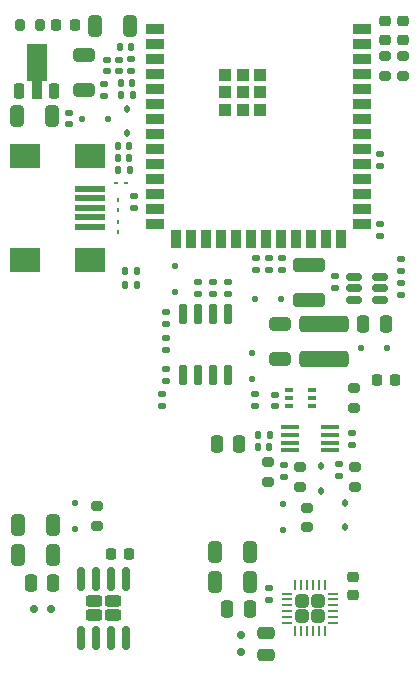
<source format=gbr>
%TF.GenerationSoftware,KiCad,Pcbnew,7.0.11+dfsg-1build4*%
%TF.CreationDate,2025-02-14T09:19:26+01:00*%
%TF.ProjectId,MCM-81339,4d434d2d-3831-4333-9339-2e6b69636164,rev?*%
%TF.SameCoordinates,Original*%
%TF.FileFunction,Paste,Top*%
%TF.FilePolarity,Positive*%
%FSLAX46Y46*%
G04 Gerber Fmt 4.6, Leading zero omitted, Abs format (unit mm)*
G04 Created by KiCad (PCBNEW 7.0.11+dfsg-1build4) date 2025-02-14 09:19:26*
%MOMM*%
%LPD*%
G01*
G04 APERTURE LIST*
G04 Aperture macros list*
%AMRoundRect*
0 Rectangle with rounded corners*
0 $1 Rounding radius*
0 $2 $3 $4 $5 $6 $7 $8 $9 X,Y pos of 4 corners*
0 Add a 4 corners polygon primitive as box body*
4,1,4,$2,$3,$4,$5,$6,$7,$8,$9,$2,$3,0*
0 Add four circle primitives for the rounded corners*
1,1,$1+$1,$2,$3*
1,1,$1+$1,$4,$5*
1,1,$1+$1,$6,$7*
1,1,$1+$1,$8,$9*
0 Add four rect primitives between the rounded corners*
20,1,$1+$1,$2,$3,$4,$5,0*
20,1,$1+$1,$4,$5,$6,$7,0*
20,1,$1+$1,$6,$7,$8,$9,0*
20,1,$1+$1,$8,$9,$2,$3,0*%
%AMFreePoly0*
4,1,9,3.862500,-0.866500,0.737500,-0.866500,0.737500,-0.450000,-0.737500,-0.450000,-0.737500,0.450000,0.737500,0.450000,0.737500,0.866500,3.862500,0.866500,3.862500,-0.866500,3.862500,-0.866500,$1*%
G04 Aperture macros list end*
%ADD10RoundRect,0.140000X-0.170000X0.140000X-0.170000X-0.140000X0.170000X-0.140000X0.170000X0.140000X0*%
%ADD11RoundRect,0.250000X0.440000X-0.255000X0.440000X0.255000X-0.440000X0.255000X-0.440000X-0.255000X0*%
%ADD12RoundRect,0.150000X0.150000X-0.825000X0.150000X0.825000X-0.150000X0.825000X-0.150000X-0.825000X0*%
%ADD13RoundRect,0.112500X-0.112500X0.187500X-0.112500X-0.187500X0.112500X-0.187500X0.112500X0.187500X0*%
%ADD14RoundRect,0.135000X-0.185000X0.135000X-0.185000X-0.135000X0.185000X-0.135000X0.185000X0.135000X0*%
%ADD15RoundRect,0.250000X0.325000X0.650000X-0.325000X0.650000X-0.325000X-0.650000X0.325000X-0.650000X0*%
%ADD16RoundRect,0.200000X-0.275000X0.200000X-0.275000X-0.200000X0.275000X-0.200000X0.275000X0.200000X0*%
%ADD17RoundRect,0.150000X0.150000X0.200000X-0.150000X0.200000X-0.150000X-0.200000X0.150000X-0.200000X0*%
%ADD18RoundRect,0.250000X-0.475000X0.250000X-0.475000X-0.250000X0.475000X-0.250000X0.475000X0.250000X0*%
%ADD19RoundRect,0.218750X-0.256250X0.218750X-0.256250X-0.218750X0.256250X-0.218750X0.256250X0.218750X0*%
%ADD20RoundRect,0.218750X0.218750X0.256250X-0.218750X0.256250X-0.218750X-0.256250X0.218750X-0.256250X0*%
%ADD21RoundRect,0.135000X0.135000X0.185000X-0.135000X0.185000X-0.135000X-0.185000X0.135000X-0.185000X0*%
%ADD22RoundRect,0.125000X0.125000X-0.125000X0.125000X0.125000X-0.125000X0.125000X-0.125000X-0.125000X0*%
%ADD23RoundRect,0.135000X-0.135000X-0.185000X0.135000X-0.185000X0.135000X0.185000X-0.135000X0.185000X0*%
%ADD24RoundRect,0.125000X0.125000X0.125000X-0.125000X0.125000X-0.125000X-0.125000X0.125000X-0.125000X0*%
%ADD25RoundRect,0.140000X-0.140000X-0.170000X0.140000X-0.170000X0.140000X0.170000X-0.140000X0.170000X0*%
%ADD26RoundRect,0.250000X-0.250000X-0.475000X0.250000X-0.475000X0.250000X0.475000X-0.250000X0.475000X0*%
%ADD27RoundRect,0.135000X0.185000X-0.135000X0.185000X0.135000X-0.185000X0.135000X-0.185000X-0.135000X0*%
%ADD28RoundRect,0.140000X0.170000X-0.140000X0.170000X0.140000X-0.170000X0.140000X-0.170000X-0.140000X0*%
%ADD29RoundRect,0.140000X0.140000X0.170000X-0.140000X0.170000X-0.140000X-0.170000X0.140000X-0.170000X0*%
%ADD30RoundRect,0.225000X0.225000X-0.425000X0.225000X0.425000X-0.225000X0.425000X-0.225000X-0.425000X0*%
%ADD31FreePoly0,90.000000*%
%ADD32RoundRect,0.200000X0.200000X0.275000X-0.200000X0.275000X-0.200000X-0.275000X0.200000X-0.275000X0*%
%ADD33R,1.000000X1.000000*%
%ADD34R,1.500000X0.900000*%
%ADD35R,0.900000X1.500000*%
%ADD36RoundRect,0.125000X-0.125000X0.125000X-0.125000X-0.125000X0.125000X-0.125000X0.125000X0.125000X0*%
%ADD37RoundRect,0.250000X0.315000X-0.315000X0.315000X0.315000X-0.315000X0.315000X-0.315000X-0.315000X0*%
%ADD38RoundRect,0.062500X0.062500X-0.350000X0.062500X0.350000X-0.062500X0.350000X-0.062500X-0.350000X0*%
%ADD39RoundRect,0.062500X0.350000X-0.062500X0.350000X0.062500X-0.350000X0.062500X-0.350000X-0.062500X0*%
%ADD40RoundRect,0.112500X0.112500X-0.187500X0.112500X0.187500X-0.112500X0.187500X-0.112500X-0.187500X0*%
%ADD41RoundRect,0.150000X-0.200000X0.150000X-0.200000X-0.150000X0.200000X-0.150000X0.200000X0.150000X0*%
%ADD42RoundRect,0.125000X-0.125000X-0.125000X0.125000X-0.125000X0.125000X0.125000X-0.125000X0.125000X0*%
%ADD43RoundRect,0.250000X0.250000X0.475000X-0.250000X0.475000X-0.250000X-0.475000X0.250000X-0.475000X0*%
%ADD44RoundRect,0.150000X-0.150000X0.725000X-0.150000X-0.725000X0.150000X-0.725000X0.150000X0.725000X0*%
%ADD45RoundRect,0.225000X-0.225000X-0.250000X0.225000X-0.250000X0.225000X0.250000X-0.225000X0.250000X0*%
%ADD46R,2.500000X0.500000*%
%ADD47R,2.500000X2.000000*%
%ADD48RoundRect,0.062500X0.117500X0.062500X-0.117500X0.062500X-0.117500X-0.062500X0.117500X-0.062500X0*%
%ADD49RoundRect,0.250000X0.650000X-0.325000X0.650000X0.325000X-0.650000X0.325000X-0.650000X-0.325000X0*%
%ADD50RoundRect,0.100000X-0.225000X-0.100000X0.225000X-0.100000X0.225000X0.100000X-0.225000X0.100000X0*%
%ADD51RoundRect,0.225000X0.250000X-0.225000X0.250000X0.225000X-0.250000X0.225000X-0.250000X-0.225000X0*%
%ADD52RoundRect,0.062500X0.062500X-0.117500X0.062500X0.117500X-0.062500X0.117500X-0.062500X-0.117500X0*%
%ADD53RoundRect,0.350000X-1.750000X-0.350000X1.750000X-0.350000X1.750000X0.350000X-1.750000X0.350000X0*%
%ADD54RoundRect,0.062500X-0.062500X0.117500X-0.062500X-0.117500X0.062500X-0.117500X0.062500X0.117500X0*%
%ADD55RoundRect,0.150000X0.512500X0.150000X-0.512500X0.150000X-0.512500X-0.150000X0.512500X-0.150000X0*%
%ADD56R,1.600000X0.300000*%
%ADD57RoundRect,0.250000X1.100000X-0.325000X1.100000X0.325000X-1.100000X0.325000X-1.100000X-0.325000X0*%
G04 APERTURE END LIST*
D10*
%TO.C,C8*%
X90850000Y-80195000D03*
X90850000Y-81155000D03*
%TD*%
D11*
%TO.C,U8*%
X68925000Y-95600000D03*
X70575000Y-95600000D03*
X68925000Y-94400000D03*
X70575000Y-94400000D03*
D12*
X67845000Y-97475000D03*
X69115000Y-97475000D03*
X70385000Y-97475000D03*
X71655000Y-97475000D03*
X71655000Y-92525000D03*
X70385000Y-92525000D03*
X69115000Y-92525000D03*
X67845000Y-92525000D03*
%TD*%
D13*
%TO.C,D4*%
X71729600Y-52696400D03*
X71729600Y-54796400D03*
%TD*%
D14*
%TO.C,R4*%
X94996000Y-67490000D03*
X94996000Y-68510000D03*
%TD*%
D15*
%TO.C,C21*%
X82150000Y-90200000D03*
X79200000Y-90200000D03*
%TD*%
D16*
%TO.C,R18*%
X83667600Y-82625000D03*
X83667600Y-84275000D03*
%TD*%
D17*
%TO.C,D17*%
X63892200Y-95021400D03*
X65292200Y-95021400D03*
%TD*%
D18*
%TO.C,C23*%
X83500000Y-97050000D03*
X83500000Y-98950000D03*
%TD*%
D19*
%TO.C,D10*%
X93573600Y-45312500D03*
X93573600Y-46887500D03*
%TD*%
D20*
%TO.C,D1*%
X67360900Y-45593000D03*
X65785900Y-45593000D03*
%TD*%
D14*
%TO.C,R3*%
X93167200Y-56538400D03*
X93167200Y-57558400D03*
%TD*%
D21*
%TO.C,R24*%
X72610000Y-67600000D03*
X71590000Y-67600000D03*
%TD*%
D22*
%TO.C,D15*%
X67375000Y-88325000D03*
X67375000Y-86125000D03*
%TD*%
D16*
%TO.C,R30*%
X91025000Y-83050000D03*
X91025000Y-84700000D03*
%TD*%
D14*
%TO.C,R27*%
X72364600Y-60119800D03*
X72364600Y-61139800D03*
%TD*%
D16*
%TO.C,R29*%
X87000000Y-86475000D03*
X87000000Y-88125000D03*
%TD*%
D23*
%TO.C,R20*%
X82808000Y-80340000D03*
X83828000Y-80340000D03*
%TD*%
D24*
%TO.C,D9*%
X84800000Y-68850000D03*
X82600000Y-68850000D03*
%TD*%
D25*
%TO.C,C4*%
X70995600Y-55880000D03*
X71955600Y-55880000D03*
%TD*%
D26*
%TO.C,C18*%
X79350000Y-81100000D03*
X81250000Y-81100000D03*
%TD*%
D27*
%TO.C,R16*%
X89700000Y-83835000D03*
X89700000Y-82815000D03*
%TD*%
D14*
%TO.C,R13*%
X93167200Y-62482000D03*
X93167200Y-63502000D03*
%TD*%
D28*
%TO.C,C17*%
X70104000Y-49502000D03*
X70104000Y-48542000D03*
%TD*%
D23*
%TO.C,R25*%
X71590000Y-66450000D03*
X72610000Y-66450000D03*
%TD*%
D29*
%TO.C,C13*%
X72108000Y-47490000D03*
X71148000Y-47490000D03*
%TD*%
D30*
%TO.C,U1*%
X62609600Y-51175200D03*
D31*
X64109600Y-51087700D03*
D30*
X65609600Y-51175200D03*
%TD*%
D27*
%TO.C,R22*%
X74701400Y-77853000D03*
X74701400Y-76833000D03*
%TD*%
D22*
%TO.C,D14*%
X85000000Y-88400000D03*
X85000000Y-86200000D03*
%TD*%
D32*
%TO.C,R1*%
X64375800Y-45600000D03*
X62725800Y-45600000D03*
%TD*%
D33*
%TO.C,U5*%
X80040000Y-49808000D03*
X80040000Y-51308000D03*
X80040000Y-52808000D03*
X81540000Y-49808000D03*
X81540000Y-51308000D03*
X81540000Y-52808000D03*
X83040000Y-49808000D03*
X83040000Y-51308000D03*
X83040000Y-52808000D03*
D34*
X74150000Y-45958000D03*
X74150000Y-47228000D03*
X74150000Y-48498000D03*
X74150000Y-49768000D03*
X74150000Y-51038000D03*
X74150000Y-52308000D03*
X74150000Y-53578000D03*
X74150000Y-54848000D03*
X74150000Y-56118000D03*
X74150000Y-57388000D03*
X74150000Y-58658000D03*
X74150000Y-59928000D03*
X74150000Y-61198000D03*
X74150000Y-62468000D03*
D35*
X75915000Y-63718000D03*
X77185000Y-63718000D03*
X78455000Y-63718000D03*
X79725000Y-63718000D03*
X80995000Y-63718000D03*
X82265000Y-63718000D03*
X83535000Y-63718000D03*
X84805000Y-63718000D03*
X86075000Y-63718000D03*
X87345000Y-63718000D03*
X88615000Y-63718000D03*
X89885000Y-63718000D03*
D34*
X91650000Y-62468000D03*
X91650000Y-61198000D03*
X91650000Y-59928000D03*
X91650000Y-58658000D03*
X91650000Y-57388000D03*
X91650000Y-56118000D03*
X91650000Y-54848000D03*
X91650000Y-53578000D03*
X91650000Y-52308000D03*
X91650000Y-51038000D03*
X91650000Y-49768000D03*
X91650000Y-48498000D03*
X91650000Y-47228000D03*
X91650000Y-45958000D03*
%TD*%
D14*
%TO.C,R11*%
X72136000Y-48512000D03*
X72136000Y-49532000D03*
%TD*%
D36*
%TO.C,D5*%
X75800000Y-66050000D03*
X75800000Y-68250000D03*
%TD*%
D37*
%TO.C,U7*%
X86600000Y-95650000D03*
X87900000Y-95650000D03*
X86600000Y-94350000D03*
X87900000Y-94350000D03*
D38*
X86000000Y-96937500D03*
X86500000Y-96937500D03*
X87000000Y-96937500D03*
X87500000Y-96937500D03*
X88000000Y-96937500D03*
X88500000Y-96937500D03*
D39*
X89187500Y-96250000D03*
X89187500Y-95750000D03*
X89187500Y-95250000D03*
X89187500Y-94750000D03*
X89187500Y-94250000D03*
X89187500Y-93750000D03*
D38*
X88500000Y-93062500D03*
X88000000Y-93062500D03*
X87500000Y-93062500D03*
X87000000Y-93062500D03*
X86500000Y-93062500D03*
X86000000Y-93062500D03*
D39*
X85312500Y-93750000D03*
X85312500Y-94250000D03*
X85312500Y-94750000D03*
X85312500Y-95250000D03*
X85312500Y-95750000D03*
X85312500Y-96250000D03*
%TD*%
D29*
%TO.C,C5*%
X83798000Y-81356000D03*
X82838000Y-81356000D03*
%TD*%
D40*
%TO.C,D19*%
X88150000Y-85050000D03*
X88150000Y-82950000D03*
%TD*%
D15*
%TO.C,C15*%
X71985400Y-45720000D03*
X69035400Y-45720000D03*
%TD*%
D16*
%TO.C,R17*%
X95100000Y-48260000D03*
X95100000Y-49910000D03*
%TD*%
D14*
%TO.C,R10*%
X75031600Y-72085200D03*
X75031600Y-73105200D03*
%TD*%
%TO.C,R33*%
X83800000Y-65340000D03*
X83800000Y-66360000D03*
%TD*%
D41*
%TO.C,D16*%
X81400000Y-98700000D03*
X81400000Y-97300000D03*
%TD*%
D14*
%TO.C,R21*%
X82600000Y-76890000D03*
X82600000Y-77910000D03*
%TD*%
D22*
%TO.C,D3*%
X82372200Y-75572800D03*
X82372200Y-73372800D03*
%TD*%
D14*
%TO.C,R32*%
X82700000Y-65340000D03*
X82700000Y-66360000D03*
%TD*%
D16*
%TO.C,R28*%
X86375000Y-83050000D03*
X86375000Y-84700000D03*
%TD*%
D14*
%TO.C,R8*%
X79044800Y-67331400D03*
X79044800Y-68351400D03*
%TD*%
D27*
%TO.C,R15*%
X85025000Y-83860000D03*
X85025000Y-82840000D03*
%TD*%
D42*
%TO.C,D2*%
X91610000Y-73001200D03*
X93810000Y-73001200D03*
%TD*%
D28*
%TO.C,C2*%
X69850000Y-51584800D03*
X69850000Y-50624800D03*
%TD*%
D25*
%TO.C,C11*%
X70995600Y-56896000D03*
X71955600Y-56896000D03*
%TD*%
D27*
%TO.C,R23*%
X75031600Y-75770200D03*
X75031600Y-74750200D03*
%TD*%
D14*
%TO.C,R5*%
X94996000Y-65390000D03*
X94996000Y-66410000D03*
%TD*%
D43*
%TO.C,C7*%
X93650000Y-70900000D03*
X91750000Y-70900000D03*
%TD*%
D44*
%TO.C,U4*%
X80289400Y-70094400D03*
X79019400Y-70094400D03*
X77749400Y-70094400D03*
X76479400Y-70094400D03*
X76479400Y-75244400D03*
X77749400Y-75244400D03*
X79019400Y-75244400D03*
X80289400Y-75244400D03*
%TD*%
D45*
%TO.C,C27*%
X70370400Y-90398600D03*
X71920400Y-90398600D03*
%TD*%
D19*
%TO.C,D7*%
X95100000Y-45312500D03*
X95100000Y-46887500D03*
%TD*%
D46*
%TO.C,J5*%
X68600000Y-59500000D03*
X68600000Y-60300000D03*
X68600000Y-61100000D03*
X68600000Y-61900000D03*
X68600000Y-62700000D03*
D47*
X68600000Y-56700000D03*
X63100000Y-56700000D03*
X68600000Y-65500000D03*
X63100000Y-65500000D03*
%TD*%
D14*
%TO.C,R7*%
X80294800Y-67331400D03*
X80294800Y-68351400D03*
%TD*%
%TO.C,R9*%
X75031600Y-69898298D03*
X75031600Y-70918298D03*
%TD*%
D15*
%TO.C,C9*%
X65381400Y-53340000D03*
X62431400Y-53340000D03*
%TD*%
D48*
%TO.C,D13*%
X70852400Y-58978800D03*
X71692400Y-58978800D03*
%TD*%
D49*
%TO.C,C3*%
X68122800Y-51106600D03*
X68122800Y-48156600D03*
%TD*%
D10*
%TO.C,C6*%
X66852800Y-53063200D03*
X66852800Y-54023200D03*
%TD*%
D50*
%TO.C,U6*%
X85501400Y-76551000D03*
X85501400Y-77201000D03*
X85501400Y-77851000D03*
X87401400Y-77851000D03*
X87401400Y-77201000D03*
X87401400Y-76551000D03*
%TD*%
D14*
%TO.C,R12*%
X77744800Y-67344298D03*
X77744800Y-68364298D03*
%TD*%
D21*
%TO.C,R6*%
X72239600Y-51562000D03*
X71219600Y-51562000D03*
%TD*%
D14*
%TO.C,R34*%
X84900000Y-65340000D03*
X84900000Y-66360000D03*
%TD*%
D51*
%TO.C,C22*%
X90900000Y-93875000D03*
X90900000Y-92325000D03*
%TD*%
D52*
%TO.C,D11*%
X70993000Y-62318000D03*
X70993000Y-63158000D03*
%TD*%
D16*
%TO.C,R19*%
X93573600Y-48260000D03*
X93573600Y-49910000D03*
%TD*%
D15*
%TO.C,C20*%
X65475000Y-87975000D03*
X62525000Y-87975000D03*
%TD*%
D53*
%TO.C,L1*%
X88417400Y-70900000D03*
X88417400Y-73900000D03*
%TD*%
D29*
%TO.C,C12*%
X72209600Y-50546000D03*
X71249600Y-50546000D03*
%TD*%
D54*
%TO.C,D12*%
X70993000Y-61278400D03*
X70993000Y-60438400D03*
%TD*%
D20*
%TO.C,D6*%
X94467500Y-75630000D03*
X92892500Y-75630000D03*
%TD*%
D28*
%TO.C,C25*%
X83800000Y-94280000D03*
X83800000Y-93320000D03*
%TD*%
D14*
%TO.C,R2*%
X89408000Y-66903200D03*
X89408000Y-67923200D03*
%TD*%
D55*
%TO.C,U2*%
X93212500Y-68871200D03*
X93212500Y-67921200D03*
X93212500Y-66971200D03*
X90937500Y-66971200D03*
X90937500Y-67921200D03*
X90937500Y-68871200D03*
%TD*%
D13*
%TO.C,D18*%
X90250000Y-86050000D03*
X90250000Y-88150000D03*
%TD*%
D49*
%TO.C,C10*%
X84709000Y-73865000D03*
X84709000Y-70915000D03*
%TD*%
D43*
%TO.C,C28*%
X65516800Y-92900000D03*
X63616800Y-92900000D03*
%TD*%
D16*
%TO.C,R31*%
X69250000Y-86375000D03*
X69250000Y-88025000D03*
%TD*%
D15*
%TO.C,C19*%
X82150000Y-92750000D03*
X79200000Y-92750000D03*
%TD*%
D56*
%TO.C,U3*%
X88927000Y-81625000D03*
X88927000Y-80975000D03*
X88927000Y-80325000D03*
X88927000Y-79675000D03*
X85527000Y-79675000D03*
X85527000Y-80325000D03*
X85527000Y-80975000D03*
X85527000Y-81625000D03*
%TD*%
D23*
%TO.C,R26*%
X70965600Y-57912000D03*
X71985600Y-57912000D03*
%TD*%
D10*
%TO.C,C16*%
X71120000Y-48542000D03*
X71120000Y-49502000D03*
%TD*%
%TO.C,C14*%
X84301400Y-76921000D03*
X84301400Y-77881000D03*
%TD*%
D42*
%TO.C,D8*%
X67937200Y-53543200D03*
X70137200Y-53543200D03*
%TD*%
D16*
%TO.C,R14*%
X90960000Y-76355000D03*
X90960000Y-78005000D03*
%TD*%
D57*
%TO.C,C1*%
X87200000Y-68875000D03*
X87200000Y-65925000D03*
%TD*%
D43*
%TO.C,C24*%
X82150000Y-95100000D03*
X80250000Y-95100000D03*
%TD*%
D15*
%TO.C,C26*%
X65475000Y-90500000D03*
X62525000Y-90500000D03*
%TD*%
M02*

</source>
